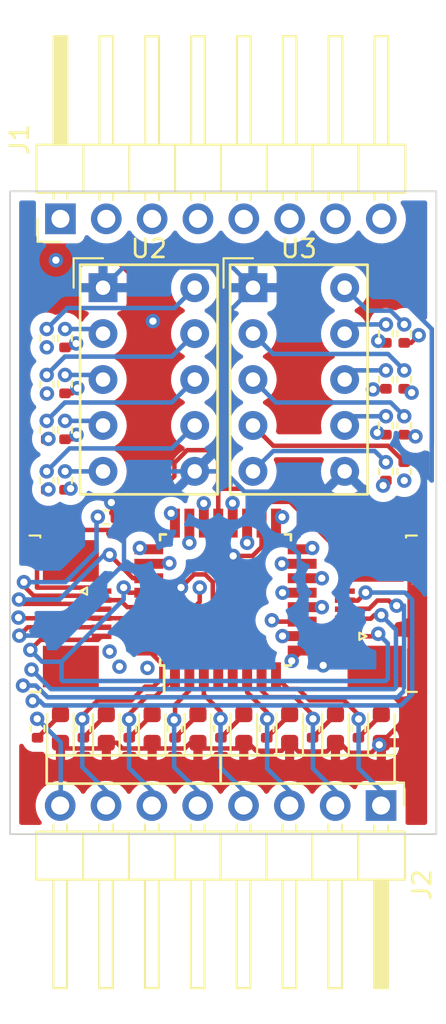
<source format=kicad_pcb>
(kicad_pcb (version 20211014) (generator pcbnew)
  (layers (0 "F.Cu" signal) (1 "In1.Cu" signal) (2 "In2.Cu" signal) (31 "B.Cu" signal) (34 "B.Paste" user) (35 "F.Paste" user) (36 "B.SilkS" user "B.Silkscreen") (37 "F.SilkS" user "F.Silkscreen") (38 "B.Mask" user) (39 "F.Mask" user) (44 "Edge.Cuts" user))
  (net 0 "")
  (net 1 "/in0")
  (net 2 "/in1")
  (net 3 "/in2")
  (net 4 "/in3")
  (net 5 "/in4")
  (net 6 "/in5")
  (net 7 "/in6")
  (net 8 "/in7")
  (net 9 "+5V")
  (net 10 "GND")
  (net 11 "Net-(R10-Pad2)")
  (net 12 "/ISP_MISO")
  (net 13 "/ISP_SCK")
  (net 14 "/ISP_MOSI")
  (net 15 "/ISP_RST")
  (net 16 "Net-(D1-Pad2)")
  (net 17 "Net-(D2-Pad2)")
  (net 18 "Net-(D3-Pad2)")
  (net 19 "Net-(D4-Pad2)")
  (net 20 "Net-(D5-Pad2)")
  (net 21 "Net-(D6-Pad2)")
  (net 22 "Net-(D7-Pad2)")
  (net 23 "Net-(D8-Pad2)")
  (net 24 "Net-(R11-Pad2)")
  (net 25 "Net-(R12-Pad2)")
  (net 26 "Net-(R13-Pad2)")
  (net 27 "Net-(R14-Pad2)")
  (net 28 "Net-(R15-Pad2)")
  (net 29 "Net-(R16-Pad2)")
  (net 30 "Net-(R17-Pad2)")
  (net 31 "Net-(R18-Pad2)")
  (net 32 "Net-(R19-Pad2)")
  (net 33 "Net-(R20-Pad2)")
  (net 34 "Net-(R21-Pad2)")
  (net 35 "Net-(R22-Pad2)")
  (net 36 "Net-(R23-Pad2)")
  (net 37 "Net-(R24-Pad2)")
  (net 38 "Net-(R25-Pad2)")
  (net 39 "/D1_I1")
  (net 40 "/D1_I2")
  (net 41 "/D1_I3")
  (net 42 "/D1_I4")
  (net 43 "/D1_I5")
  (net 44 "/D1_I6")
  (net 45 "/D1_I7")
  (net 46 "/D1_I8")
  (net 47 "/D2_I1")
  (net 48 "/D2_I2")
  (net 49 "/D2_I3")
  (net 50 "/D2_I4")
  (net 51 "/D2_I5")
  (net 52 "/D2_I6")
  (net 53 "/D2_I7")
  (net 54 "/D2_I8")
  (footprint "Resistor_SMD:R_0402_1005Metric" (layer "F.Cu") (at 137.668 127.508 90)
    (fp_text reference "R11" hide)
    (fp_text value "1000" hide)
  )
  (footprint "Resistor_SMD:R_0402_1005Metric" (layer "F.Cu") (at 137.668 130.048 90)
    (fp_text reference "R12" hide)
    (fp_text value "1000" hide)
  )
  (footprint "Connector_PinHeader_2.54mm:PinHeader_1x08_P2.54mm_Horizontal" (layer "F.Cu") (at 138.43 118.364 90)
    (fp_text reference "J1")
    (fp_text value "Conn_01x10_Female")
  )
  (footprint "LED_SMD:LED_0603_1608Metric" (layer "F.Cu") (at 146.05 146.558 90)
    (fp_text reference "D4" hide)
    (fp_text value "LED" hide)
  )
  (footprint "Connector_PinHeader_2.54mm:PinHeader_1x08_P2.54mm_Horizontal" (layer "F.Cu") (at 156.195 150.819 -90)
    (fp_text reference "J2")
    (fp_text value "Conn_01x10_Female")
  )
  (footprint "Resistor_SMD:R_0402_1005Metric" (layer "F.Cu") (at 149.86 146.558 90)
    (fp_text reference "R6" hide)
    (fp_text value "1000" hide)
  )
  (footprint "Display_7Segment:HDSP-A151" (layer "F.Cu") (at 140.7885 122.174)
    (fp_text reference "U2")
    (fp_text value "HDSP-A151" hide)
  )
  (footprint "Package_QFP:TQFP-32_7x7mm_P0.8mm" (layer "F.Cu") (at 147.574 139.446 90)
    (fp_text reference "U1" hide)
    (fp_text value "ATtiny828-A")
  )
  (footprint "Resistor_SMD:R_0402_1005Metric" (layer "F.Cu") (at 157.48 129.794 90)
    (fp_text reference "R24" hide)
    (fp_text value "1000" hide)
  )
  (footprint "Resistor_SMD:R_0402_1005Metric" (layer "F.Cu") (at 157.48 132.334 90)
    (fp_text reference "R22" hide)
    (fp_text value "1000" hide)
  )
  (footprint "Resistor_SMD:R_0402_1005Metric" (layer "F.Cu") (at 156.464 127.254 90)
    (fp_text reference "R20" hide)
    (fp_text value "1000" hide)
  )
  (footprint "Resistor_SMD:R_0402_1005Metric" (layer "F.Cu") (at 157.48 127.254 90)
    (fp_text reference "R23" hide)
    (fp_text value "1000" hide)
  )
  (footprint "Resistor_SMD:R_0402_1005Metric" (layer "F.Cu") (at 152.4 146.556 90)
    (fp_text reference "R7" hide)
    (fp_text value "1000" hide)
  )
  (footprint "Resistor_SMD:R_0402_1005Metric" (layer "F.Cu") (at 154.94 146.558 90)
    (fp_text reference "R8" hide)
    (fp_text value "1000" hide)
  )
  (footprint "Connector_FFC-FPC:TE_0-1734839-6_1x06-1MP_P0.5mm_Horizontal" (layer "F.Cu") (at 139.355 140.208 -90)
    (fp_text reference "J4" hide)
    (fp_text value "Conn_01x06_Female")
  )
  (footprint "Resistor_SMD:R_0402_1005Metric" (layer "F.Cu") (at 156.464 129.794 90)
    (fp_text reference "R25" hide)
    (fp_text value "1000" hide)
  )
  (footprint "Resistor_SMD:R_0402_1005Metric" (layer "F.Cu") (at 137.668 124.968 90)
    (fp_text reference "R10" hide)
    (fp_text value "1000" hide)
  )
  (footprint "LED_SMD:LED_0603_1608Metric" (layer "F.Cu") (at 138.43 146.558 90)
    (fp_text reference "D1" hide)
    (fp_text value "LED" hide)
  )
  (footprint "Resistor_SMD:R_0402_1005Metric" (layer "F.Cu") (at 137.16 146.558 90)
    (fp_text reference "R1" hide)
    (fp_text value "1000" hide)
  )
  (footprint "Resistor_SMD:R_0402_1005Metric" (layer "F.Cu") (at 157.48 124.714 90)
    (fp_text reference "R18" hide)
    (fp_text value "1000" hide)
  )
  (footprint "Connector_FFC-FPC:TE_0-1734839-6_1x06-1MP_P0.5mm_Horizontal" (layer "F.Cu") (at 155.539 140.208 90)
    (fp_text reference "J3" hide)
    (fp_text value "Conn_01x06_Female")
  )
  (footprint "Resistor_SMD:R_0402_1005Metric" (layer "F.Cu") (at 139.7 146.556 90)
    (fp_text reference "R2" hide)
    (fp_text value "1000" hide)
  )
  (footprint "Resistor_SMD:R_0402_1005Metric" (layer "F.Cu") (at 156.464 124.714 90)
    (fp_text reference "R19" hide)
    (fp_text value "1000" hide)
  )
  (footprint "LED_SMD:LED_0603_1608Metric" (layer "F.Cu") (at 148.59 146.558 90)
    (fp_text reference "D5" hide)
    (fp_text value "LED" hide)
  )
  (footprint "Resistor_SMD:R_0402_1005Metric" (layer "F.Cu") (at 144.78 146.558 90)
    (fp_text reference "R4" hide)
    (fp_text value "1000" hide)
  )
  (footprint "Display_7Segment:HDSP-A151" (layer "F.Cu") (at 149.098 122.174)
    (fp_text reference "U3")
    (fp_text value "HDSP-A151" hide)
  )
  (footprint "Resistor_SMD:R_0402_1005Metric" (layer "F.Cu") (at 138.684 127.508 90)
    (fp_text reference "R16" hide)
    (fp_text value "1000" hide)
  )
  (footprint "Resistor_SMD:R_0402_1005Metric" (layer "F.Cu") (at 138.684 132.842 90)
    (fp_text reference "R13" hide)
    (fp_text value "1000" hide)
  )
  (footprint "Resistor_SMD:R_0402_1005Metric" (layer "F.Cu") (at 138.684 124.968 90)
    (fp_text reference "R15" hide)
    (fp_text value "1000" hide)
  )
  (footprint "Resistor_SMD:R_0402_1005Metric" (layer "F.Cu") (at 147.32 146.558 90)
    (fp_text reference "R5" hide)
    (fp_text value "1000" hide)
  )
  (footprint "LED_SMD:LED_0603_1608Metric" (layer "F.Cu") (at 151.13 146.558 90)
    (fp_text reference "D6" hide)
    (fp_text value "LED" hide)
  )
  (footprint "Resistor_SMD:R_0402_1005Metric" (layer "F.Cu") (at 142.24 146.558 90)
    (fp_text reference "R3" hide)
    (fp_text value "1000" hide)
  )
  (footprint "Resistor_SMD:R_0402_1005Metric" (layer "F.Cu") (at 156.464 132.334 90)
    (fp_text reference "R21" hide)
    (fp_text value "1000" hide)
  )
  (footprint "LED_SMD:LED_0603_1608Metric" (layer "F.Cu") (at 156.21 146.558 90)
    (fp_text reference "D8" hide)
    (fp_text value "LED" hide)
  )
  (footprint "LED_SMD:LED_0603_1608Metric" (layer "F.Cu") (at 140.97 146.558 90)
    (fp_text reference "D2" hide)
    (fp_text value "LED" hide)
  )
  (footprint "Resistor_SMD:R_0402_1005Metric" (layer "F.Cu") (at 137.668 132.842 90)
    (fp_text reference "R17" hide)
    (fp_text value "1000" hide)
  )
  (footprint "LED_SMD:LED_0603_1608Metric" (layer "F.Cu") (at 143.51 146.558 90)
    (fp_text reference "D3" hide)
    (fp_text value "LED" hide)
  )
  (footprint "Resistor_SMD:R_0402_1005Metric" (layer "F.Cu") (at 140.968 134.874 180)
    (fp_text reference "R9" hide)
    (fp_text value "1000")
  )
  (footprint "LED_SMD:LED_0603_1608Metric" (layer "F.Cu") (at 153.67 146.558 90)
    (fp_text reference "D7" hide)
    (fp_text value "LED" hide)
  )
  (footprint "Resistor_SMD:R_0402_1005Metric" (layer "F.Cu") (at 138.684 130.048 90)
    (fp_text reference "R14" hide)
    (fp_text value "1000" hide)
  )
  (gr_rect (start 156.945 148.043) (end 137.668 149.606) (layer "F.SilkS") (width 0.15) (fill none))
  (gr_rect (start 147.3065 148.043) (end 147.3065 149.606) (layer "F.SilkS") (width 0.15) (fill none))
  (gr_rect (start 135.636 116.84) (end 159.258 152.4) (layer "Edge.Cuts") (width 0.1) (fill none))
  (segment (start 146.1477 138.758772) (end 146.1477 139.5473) (width 0.25) (layer "F.Cu") (net 1))
  (segment (start 144.249 141.446) (end 143.324 141.446) (width 0.25) (layer "F.Cu") (net 1))
  (segment (start 146.1477 139.5473) (end 144.249 141.446) (width 0.25) (layer "F.Cu") (net 1))
  (segment (start 137.16 146.048) (end 137.16 146.04) (width 0.25) (layer "F.Cu") (net 1))
  (segment (start 137.16 146.04) (end 137.14 146.02) (width 0.25) (layer "F.Cu") (net 1))
  (via (at 146.1477 138.758772) (size 0.8) (drill 0.4) (layers "F.Cu" "B.Cu") (net 1))
  (via (at 137.14 146.02) (size 0.8) (drill 0.4) (layers "F.Cu" "B.Cu") (net 1))
  (segment (start 138.445 147.325) (end 138.445 150.032) (width 0.25) (layer "B.Cu") (net 1))
  (segment (start 137.14 146.02) (end 138.445 147.325) (width 0.25) (layer "B.Cu") (net 1))
  (segment (start 139.7 145.796521) (end 140.488521 145.008) (width 0.25) (layer "F.Cu") (net 2))
  (segment (start 144.021802 142.951802) (end 143.324 142.254) (width 0.25) (layer "F.Cu") (net 2))
  (segment (start 144.021802 143.811802) (end 144.021802 142.951802) (width 0.25) (layer "F.Cu") (net 2))
  (segment (start 139.656 146.046) (end 139.64 146.03) (width 0.25) (layer "F.Cu") (net 2))
  (segment (start 139.7 146.046) (end 139.7 145.796521) (width 0.25) (layer "F.Cu") (net 2))
  (segment (start 142.355604 145.008) (end 143.121802 144.241802) (width 0.25) (layer "F.Cu") (net 2))
  (segment (start 140.488521 145.008) (end 142.355604 145.008) (width 0.25) (layer "F.Cu") (net 2))
  (segment (start 139.7 146.046) (end 139.656 146.046) (width 0.25) (layer "F.Cu") (net 2))
  (segment (start 143.121802 144.241802) (end 143.591802 144.241802) (width 0.25) (layer "F.Cu") (net 2))
  (segment (start 143.324 142.254) (end 143.324 142.246) (width 0.25) (layer "F.Cu") (net 2))
  (segment (start 143.591802 144.241802) (end 144.021802 143.811802) (width 0.25) (layer "F.Cu") (net 2))
  (via (at 139.64 146.03) (size 0.8) (drill 0.4) (layers "F.Cu" "B.Cu") (net 2))
  (segment (start 139.64 146.03) (end 139.64 148.687) (width 0.25) (layer "B.Cu") (net 2))
  (segment (start 139.64 148.687) (end 140.985 150.032) (width 0.25) (layer "B.Cu") (net 2))
  (segment (start 142.24 146.048) (end 142.235402 146.048) (width 0.25) (layer "F.Cu") (net 3))
  (segment (start 143.21 144.79) (end 142.23 145.77) (width 0.25) (layer "F.Cu") (net 3))
  (segment (start 142.235402 146.048) (end 142.231701 146.051701) (width 0.25) (layer "F.Cu") (net 3))
  (segment (start 144.774 143.696) (end 143.68 144.79) (width 0.25) (layer "F.Cu") (net 3))
  (segment (start 143.68 144.79) (end 143.21 144.79) (width 0.25) (layer "F.Cu") (net 3))
  (via (at 142.231701 146.051701) (size 0.8) (drill 0.4) (layers "F.Cu" "B.Cu") (net 3))
  (segment (start 142.231701 146.051701) (end 142.231701 148.738701) (width 0.25) (layer "B.Cu") (net 3))
  (segment (start 142.231701 148.738701) (end 143.525 150.032) (width 0.25) (layer "B.Cu") (net 3))
  (segment (start 144.762 146.048) (end 144.73 146.08) (width 0.25) (layer "F.Cu") (net 4))
  (segment (start 145.574 144.456) (end 144.78 145.25) (width 0.25) (layer "F.Cu") (net 4))
  (segment (start 144.78 145.25) (end 144.78 146.048) (width 0.25) (layer "F.Cu") (net 4))
  (segment (start 144.78 146.048) (end 144.762 146.048) (width 0.25) (layer "F.Cu") (net 4))
  (segment (start 145.574 143.696) (end 145.574 144.456) (width 0.25) (layer "F.Cu") (net 4))
  (via (at 144.73 146.08) (size 0.8) (drill 0.4) (layers "F.Cu" "B.Cu") (net 4))
  (segment (start 144.73 146.08) (end 144.73 148.697) (width 0.25) (layer "B.Cu") (net 4))
  (segment (start 144.73 148.697) (end 146.065 150.032) (width 0.25) (layer "B.Cu") (net 4))
  (segment (start 147.32 146.048) (end 147.32 146.04) (width 0.25) (layer "F.Cu") (net 5))
  (segment (start 147.3 145.61) (end 146.374 144.684) (width 0.25) (layer "F.Cu") (net 5))
  (segment (start 147.32 146.04) (end 147.3 146.02) (width 0.25) (layer "F.Cu") (net 5))
  (segment (start 146.374 144.684) (end 146.374 143.696) (width 0.25) (layer "F.Cu") (net 5))
  (segment (start 147.3 146.02) (end 147.3 145.61) (width 0.25) (layer "F.Cu") (net 5))
  (via (at 147.3 146.02) (size 0.8) (drill 0.4) (layers "F.Cu" "B.Cu") (net 5))
  (segment (start 147.3 148.727) (end 148.605 150.032) (width 0.25) (layer "B.Cu") (net 5))
  (segment (start 147.3 146.02) (end 147.3 148.727) (width 0.25) (layer "B.Cu") (net 5))
  (segment (start 149.86 146.043402) (end 149.881701 146.021701) (width 0.25) (layer "F.Cu") (net 6))
  (segment (start 149.881701 145.661701) (end 148.774 144.554) (width 0.25) (layer "F.Cu") (net 6))
  (segment (start 149.881701 146.021701) (end 149.881701 145.661701) (width 0.25) (layer "F.Cu") (net 6))
  (segment (start 149.86 146.048) (end 149.86 146.043402) (width 0.25) (layer "F.Cu") (net 6))
  (segment (start 148.774 144.554) (end 148.774 143.696) (width 0.25) (layer "F.Cu") (net 6))
  (via (at 149.881701 146.021701) (size 0.8) (drill 0.4) (layers "F.Cu" "B.Cu") (net 6))
  (segment (start 149.881701 148.768701) (end 151.145 150.032) (width 0.25) (layer "B.Cu") (net 6))
  (segment (start 149.881701 146.021701) (end 149.881701 148.768701) (width 0.25) (layer "B.Cu") (net 6))
  (segment (start 149.945 144.821) (end 149.574 144.45) (width 0.25) (layer "F.Cu") (net 7))
  (segment (start 152.4 146.046) (end 152.4 146.04) (width 0.25) (layer "F.Cu") (net 7))
  (segment (start 151.424479 144.821) (end 149.945 144.821) (width 0.25) (layer "F.Cu") (net 7))
  (segment (start 149.574 144.45) (end 149.574 143.696) (width 0.25) (layer "F.Cu") (net 7))
  (segment (start 152.42 146.02) (end 152.42 145.816521) (width 0.25) (layer "F.Cu") (net 7))
  (segment (start 152.42 145.816521) (end 151.424479 144.821) (width 0.25) (layer "F.Cu") (net 7))
  (segment (start 152.4 146.04) (end 152.42 146.02) (width 0.25) (layer "F.Cu") (net 7))
  (via (at 152.42 146.02) (size 0.8) (drill 0.4) (layers "F.Cu" "B.Cu") (net 7))
  (segment (start 152.42 146.02) (end 152.42 148.767) (width 0.25) (layer "B.Cu") (net 7))
  (segment (start 152.42 148.767) (end 153.685 150.032) (width 0.25) (layer "B.Cu") (net 7))
  (segment (start 152.239875 145) (end 151.610875 144.371) (width 0.25) (layer "F.Cu") (net 8))
  (segment (start 154.94 146.048) (end 154.94 146.043402) (width 0.25) (layer "F.Cu") (net 8))
  (segment (start 151.610875 144.371) (end 151.049 144.371) (width 0.25) (layer "F.Cu") (net 8))
  (segment (start 154.94 146.043402) (end 154.951701 146.031701) (width 0.25) (layer "F.Cu") (net 8))
  (segment (start 154.94 146.048) (end 154.94 145.796521) (width 0.25) (layer "F.Cu") (net 8))
  (segment (start 154.94 145.796521) (end 154.143479 145) (width 0.25) (layer "F.Cu") (net 8))
  (segment (start 151.049 144.371) (end 150.374 143.696) (width 0.25) (layer "F.Cu") (net 8))
  (segment (start 154.143479 145) (end 152.239875 145) (width 0.25) (layer "F.Cu") (net 8))
  (via (at 154.951701 146.031701) (size 0.8) (drill 0.4) (layers "F.Cu" "B.Cu") (net 8))
  (segment (start 154.951701 146.031701) (end 154.951701 148.758701) (width 0.25) (layer "B.Cu") (net 8))
  (segment (start 154.951701 148.758701) (end 156.225 150.032) (width 0.25) (layer "B.Cu") (net 8))
  (segment (start 149.574 136.510748) (end 149.074748 137.01) (width 0.25) (layer "F.Cu") (net 9))
  (segment (start 146.448005 138.033772) (end 146.8727 138.458467) (width 0.25) (layer "F.Cu") (net 9))
  (segment (start 141.249137 134.056502) (end 141.249137 134.645137) (width 0.25) (layer "F.Cu") (net 9))
  (segment (start 145.835 138.033772) (end 146.448005 138.033772) (width 0.25) (layer "F.Cu") (net 9))
  (segment (start 154.189 140.958) (end 153.368 140.958) (width 0.25) (layer "F.Cu") (net 9))
  (segment (start 152.989002 141.320998) (end 152.989002 143.067003) (width 0.25) (layer "F.Cu") (net 9))
  (segment (start 149.574 135.196) (end 149.574 136.510748) (width 0.25) (layer "F.Cu") (net 9))
  (segment (start 136.612551 140.958) (end 140.705 140.958) (width 0.25) (layer "F.Cu") (net 9))
  (segment (start 136.151005 141.419546) (end 136.612551 140.958) (width 0.25) (layer "F.Cu") (net 9))
  (segment (start 146.8727 138.458467) (end 146.8727 142.5547) (width 0.25) (layer "F.Cu") (net 9))
  (segment (start 141.249137 134.645137) (end 141.478 134.874) (width 0.25) (layer "F.Cu") (net 9))
  (segment (start 145.11 138.758772) (end 145.835 138.033772) (width 0.25) (layer "F.Cu") (net 9))
  (segment (start 146.8727 142.5547) (end 147.174 142.856) (width 0.25) (layer "F.Cu") (net 9))
  (segment (start 147.174 142.856) (end 147.174 143.696) (width 0.25) (layer "F.Cu") (net 9))
  (segment (start 149.074748 137.01) (end 148 137.01) (width 0.25) (layer "F.Cu") (net 9))
  (segment (start 153.36 140.95) (end 152.989002 141.320998) (width 0.25) (layer "F.Cu") (net 9))
  (segment (start 153.368 140.958) (end 153.36 140.95) (width 0.25) (layer "F.Cu") (net 9))
  (via (at 136.151005 141.419546) (size 0.8) (drill 0.4) (layers "F.Cu" "B.Cu") (net 9))
  (via (at 141.249137 134.056502) (size 0.8) (drill 0.4) (layers "F.Cu" "B.Cu") (net 9))
  (via (at 152.989002 143.067003) (size 0.8) (drill 0.4) (layers "F.Cu" "B.Cu") (net 9))
  (via (at 148 137.01) (size 0.8) (drill 0.4) (layers "F.Cu" "B.Cu") (net 9))
  (via (at 145.11 138.758772) (size 0.8) (drill 0.4) (layers "F.Cu" "B.Cu") (net 9))
  (segment (start 159.007587 124.463587) (end 157.226 122.682) (width 0.25) (layer "B.Cu") (net 9))
  (segment (start 147.973 121.049) (end 141.9135 121.049) (width 0.25) (layer "B.Cu") (net 9))
  (segment (start 141.95 137.45) (end 141.95 134.757365) (width 0.25) (layer "B.Cu") (net 9))
  (segment (start 151.384 136.652) (end 151.384 136.144) (width 0.25) (layer "B.Cu") (net 9))
  (segment (start 152.06 140.77) (end 152.06 139.346136) (width 0.25) (layer "B.Cu") (net 9))
  (segment (start 142.971639 132.334) (end 145.8685 132.334) (width 0.25) (layer "B.Cu") (net 9))
  (segment (start 151.384 122.174) (end 149.098 122.174) (width 0.25) (layer "B.Cu") (net 9))
  (segment (start 145.11 138.354) (end 145.11 138.758772) (width 0.25) (layer "B.Cu") (net 9))
  (segment (start 157.226 122.682) (end 157.226 122.174) (width 0.25) (layer "B.Cu") (net 9))
  (segment (start 157.226 122.174) (end 155.448 120.396) (width 0.25) (layer "B.Cu") (net 9))
  (segment (start 148.809 134.655) (end 148.809 133.459) (width 0.25) (layer "B.Cu") (net 9))
  (segment (start 148 137.01) (end 147.32 136.33) (width 0.25) (layer "B.Cu") (net 9))
  (segment (start 148.632009 133.459) (end 151.171 133.459) (width 0.25) (layer "B.Cu") (net 9))
  (segment (start 153.053 133.459) (end 154.178 132.334) (width 0.25) (layer "B.Cu") (net 9))
  (segment (start 141.249137 134.056502) (end 142.971639 132.334) (width 0.25) (layer "B.Cu") (net 9))
  (segment (start 146.454 137.01) (end 145.11 138.354) (width 0.25) (layer "B.Cu") (net 9))
  (segment (start 151.638 138.924136) (end 151.638 136.906) (width 0.25) (layer "B.Cu") (net 9))
  (segment (start 149.098 122.174) (end 147.973 121.049) (width 0.25) (layer "B.Cu") (net 9))
  (segment (start 137.980454 141.419546) (end 141.95 137.45) (width 0.25) (layer "B.Cu") (net 9))
  (segment (start 159.007587 130.813587) (end 159.007587 124.463587) (width 0.25) (layer "B.Cu") (net 9))
  (segment (start 147.507009 132.334) (end 148.632009 133.459) (width 0.25) (layer "B.Cu") (net 9))
  (segment (start 158.75 132.588) (end 159.004 132.842) (width 0.25) (layer "B.Cu") (net 9))
  (segment (start 141.9135 121.049) (end 140.7885 122.174) (width 0.25) (layer "B.Cu") (net 9))
  (segment (start 152.188442 142.266443) (end 152.188442 140.898442) (width 0.25) (layer "B.Cu") (net 9))
  (segment (start 159.004 132.842) (end 159.004 130.817174) (width 0.25) (layer "B.Cu") (net 9))
  (segment (start 152.06 139.346136) (end 151.638 138.924136) (width 0.25) (layer "B.Cu") (net 9))
  (segment (start 141.95 134.757365) (end 141.249137 134.056502) (width 0.25) (layer "B.Cu") (net 9))
  (segment (start 151.171 133.459) (end 153.053 133.459) (width 0.25) (layer "B.Cu") (net 9))
  (segment (start 153.162 120.396) (end 151.384 122.174) (width 0.25) (layer "B.Cu") (net 9))
  (segment (start 147.32 136.144) (end 148.809 134.655) (width 0.25) (layer "B.Cu") (net 9))
  (segment (start 151.384 136.144) (end 151.638 135.89) (width 0.25) (layer "B.Cu") (net 9))
  (segment (start 159.004 130.817174) (end 159.007587 130.813587) (width 0.25) (layer "B.Cu") (net 9))
  (segment (start 151.638 136.906) (end 151.384 136.652) (width 0.25) (layer "B.Cu") (net 9))
  (segment (start 152.188442 140.898442) (end 152.06 140.77) (width 0.25) (layer "B.Cu") (net 9))
  (segment (start 151.638 135.89) (end 151.638 133.926) (width 0.25) (layer "B.Cu") (net 9))
  (segment (start 136.151005 141.419546) (end 137.980454 141.419546) (width 0.25) (layer "B.Cu") (net 9))
  (segment (start 148 137.01) (end 146.454 137.01) (width 0.25) (layer "B.Cu") (net 9))
  (segment (start 145.8685 132.334) (end 147.507009 132.334) (width 0.25) (layer "B.Cu") (net 9))
  (segment (start 152.989002 143.067003) (end 152.188442 142.266443) (width 0.25) (layer "B.Cu") (net 9))
  (segment (start 147.507009 123.764991) (end 147.507009 132.334) (width 0.25) (layer "B.Cu") (net 9))
  (segment (start 149.098 122.174) (end 147.507009 123.764991) (width 0.25) (layer "B.Cu") (net 9))
  (segment (start 155.448 120.396) (end 153.162 120.396) (width 0.25) (layer "B.Cu") (net 9))
  (segment (start 158.75 131.318) (end 158.75 132.588) (width 0.25) (layer "B.Cu") (net 9))
  (segment (start 151.638 133.926) (end 151.171 133.459) (width 0.25) (layer "B.Cu") (net 9))
  (segment (start 147.32 136.33) (end 147.32 136.144) (width 0.25) (layer "B.Cu") (net 9))
  (segment (start 137.13 138.763) (end 137.13 135.813) (width 0.25) (layer "F.Cu") (net 10))
  (segment (start 144.004 133.336) (end 143.5545 132.8865) (width 0.25) (layer "F.Cu") (net 10))
  (segment (start 147.174 133.296) (end 148.469009 133.296) (width 0.25) (layer "F.Cu") (net 10))
  (segment (start 141.5145 120.65) (end 138.176 120.65) (width 0.25) (layer "F.Cu") (net 10))
  (segment (start 151.154 134.02) (end 152.607 135.473) (width 0.25) (layer "F.Cu") (net 10))
  (segment (start 154.014 138.763) (end 154.25 138.763) (width 0.25) (layer "F.Cu") (net 10))
  (segment (start 143.5545 132.8865) (end 143.5545 124.0235) (width 0.25) (layer "F.Cu") (net 10))
  (segment (start 144.004 133.336) (end 144.7435 132.5965) (width 0.25) (layer "F.Cu") (net 10))
  (segment (start 145.317 147.663) (end 145.6345 147.3455) (width 0.25) (layer "F.Cu") (net 10))
  (segment (start 143.8275 147.663) (end 145.317 147.663) (width 0.25) (layer "F.Cu") (net 10))
  (segment (start 141.546962 147.3455) (end 141.864462 147.663) (width 0.25) (layer "F.Cu") (net 10))
  (segment (start 140.6545 147.661) (end 140.97 147.3455) (width 0.25) (layer "F.Cu") (net 10))
  (segment (start 143.5545 124.0235) (end 143.5545 122.69) (width 0.25) (layer "F.Cu") (net 10))
  (segment (start 147.174 137.804) (end 147.974 138.604) (width 0.25) (layer "F.Cu") (net 10))
  (segment (start 147.174 131.294) (end 147.174 133.296) (width 0.25) (layer "F.Cu") (net 10))
  (segment (start 143.1925 147.663) (end 143.51 147.3455) (width 0.25) (layer "F.Cu") (net 10))
  (segment (start 157.424 135.473) (end 152.607 135.473) (width 0.25) (layer "F.Cu") (net 10))
  (segment (start 157.781175 142.162825) (end 157.781175 135.830175) (width 0.25) (layer "F.Cu") (net 10))
  (segment (start 153.9055 147.3455) (end 154.46 147.9) (width 0.25) (layer "F.Cu") (net 10))
  (segment (start 148.469009 133.296) (end 149.193009 134.02) (width 0.25) (layer "F.Cu") (net 10))
  (segment (start 140.97 147.3455) (end 141.546962 147.3455) (width 0.25) (layer "F.Cu") (net 10))
  (segment (start 145.6345 147.3455) (end 146.05 147.3455) (width 0.25) (layer "F.Cu") (net 10))
  (segment (start 148.2725 147.663) (end 148.59 147.3455) (width 0.25) (layer "F.Cu") (net 10))
  (segment (start 157.764 145.7915) (end 157.764 142.18) (width 0.25) (layer "F.Cu") (net 10))
  (segment (start 138.43 147.3455) (end 138.7455 147.661) (width 0.25) (layer "F.Cu") (net 10))
  (segment (start 157.764 142.18) (end 157.781175 142.162825) (width 0.25) (layer "F.Cu") (net 10))
  (segment (start 154.46 147.9) (end 155.6555 147.9) (width 0.25) (layer "F.Cu") (net 10))
  (segment (start 144.7435 132.5965) (end 144.7435 131.8665) (width 0.25) (layer "F.Cu") (net 10))
  (segment (start 146.3675 147.663) (end 148.2725 147.663) (width 0.25) (layer "F.Cu") (net 10))
  (segment (start 148.8255 147.3455) (end 149.27 147.79) (width 0.25) (layer "F.Cu") (net 10))
  (segment (start 149.27 147.79) (end 150.6855 147.79) (width 0.25) (layer "F.Cu") (net 10))
  (segment (start 145.45 131.16) (end 147.04 131.16) (width 0.25) (layer "F.Cu") (net 10))
  (segment (start 157.781175 135.830175) (end 157.424 135.473) (width 0.25) (layer "F.Cu") (net 10))
  (segment (start 147.174 135.196) (end 147.174 137.804) (width 0.25) (layer "F.Cu") (net 10))
  (segment (start 140.705 138.958) (end 140.51 138.763) (width 0.25) (layer "F.Cu") (net 10))
  (segment (start 151.6145 147.83) (end 153.1855 147.83) (width 0.25) (layer "F.Cu") (net 10))
  (segment (start 147.974 138.604) (end 147.974 143.696) (width 0.25) (layer "F.Cu") (net 10))
  (segment (start 152.607 135.473) (end 154.014 136.88) (width 0.25) (layer "F.Cu") (net 10))
  (segment (start 151.13 147.3455) (end 151.6145 147.83) (width 0.25) (layer "F.Cu") (net 10))
  (segment (start 137.13 135.813) (end 137.368 135.575) (width 0.25) (layer "F.Cu") (net 10))
  (segment (start 156.21 147.3455) (end 157.764 145.7915) (width 0.25) (layer "F.Cu") (net 10))
  (segment (start 146.05 147.3455) (end 146.3675 147.663) (width 0.25) (layer "F.Cu") (net 10))
  (segment (start 140.51 138.763) (end 137.13 138.763) (width 0.25) (layer "F.Cu") (net 10))
  (segment (start 141.864462 147.663) (end 143.1925 147.663) (width 0.25) (layer "F.Cu") (net 10))
  (segment (start 156.09575 147.45975) (end 156.21 147.3455) (width 0.25) (layer "F.Cu") (net 10))
  (segment (start 148.59 147.3455) (end 148.8255 147.3455) (width 0.25) (layer "F.Cu") (net 10))
  (segment (start 150.6855 147.79) (end 151.13 147.3455) (width 0.25) (layer "F.Cu") (net 10))
  (segment (start 149.193009 134.02) (end 151.154 134.02) (width 0.25) (layer "F.Cu") (net 10))
  (segment (start 143.5545 122.69) (end 141.5145 120.65) (width 0.25) (layer "F.Cu") (net 10))
  (segment (start 141.765 135.575) (end 144.004 133.336) (width 0.25) (layer "F.Cu") (net 10))
  (segment (start 155.6555 147.9) (end 156.09575 147.45975) (width 0.25) (layer "F.Cu") (net 10))
  (segment (start 137.368 135.575) (end 141.765 135.575) (width 0.25) (layer "F.Cu") (net 10))
  (segment (start 138.7455 147.661) (end 140.6545 147.661) (width 0.25) (layer "F.Cu") (net 10))
  (segment (start 147.04 131.16) (end 147.174 131.294) (width 0.25) (layer "F.Cu") (net 10))
  (segment (start 147.174 133.296) (end 147.174 135.196) (width 0.25) (layer "F.Cu") (net 10))
  (segment (start 153.1855 147.83) (end 153.67 147.3455) (width 0.25) (layer "F.Cu") (net 10))
  (segment (start 154.014 136.88) (end 154.014 138.763) (width 0.25) (layer "F.Cu") (net 10))
  (segment (start 144.7435 131.8665) (end 145.45 131.16) (width 0.25) (layer "F.Cu") (net 10))
  (segment (start 153.67 147.3455) (end 153.9055 147.3455) (width 0.25) (layer "F.Cu") (net 10))
  (segment (start 143.51 147.3455) (end 143.8275 147.663) (width 0.25) (layer "F.Cu") (net 10))
  (via (at 143.5545 124.0235) (size 0.8) (drill 0.4) (layers "F.Cu" "B.Cu") (net 10))
  (via (at 138.176 120.65) (size 0.8) (drill 0.4) (layers "F.Cu" "B.Cu") (net 10))
  (via (at 156.09575 147.45975) (size 0.8) (drill 0.4) (layers "F.Cu" "B.Cu") (net 10))
  (via (at 137.668 124.46) (size 0.8) (drill 0.4) (layers "F.Cu" "B.Cu") (net 11))
  (segment (start 137.668 124.450695) (end 138.819695 123.299) (width 0.25) (layer "B.Cu") (net 11))
  (segment (start 138.819695 123.299) (end 144.7435 123.299) (width 0.25) (layer "B.Cu") (net 11))
  (segment (start 137.668 124.46) (end 137.668 124.450695) (width 0.25) (layer "B.Cu") (net 11))
  (segment (start 144.7435 123.299) (end 145.8685 122.174) (width 0.25) (layer "B.Cu") (net 11))
  (segment (start 140.51 141.653) (end 140.705 141.458) (width 0.25) (layer "F.Cu") (net 12))
  (segment (start 137.854502 141.653) (end 137.319504 141.653) (width 0.25) (layer "F.Cu") (net 12))
  (segment (start 137.319504 141.653) (end 136.761791 142.210713) (width 0.25) (layer "F.Cu") (net 12))
  (segment (start 142.219565 139.046) (end 141.931837 138.758272) (width 0.25) (layer "F.Cu") (net 12))
  (segment (start 155.902 141.458) (end 154.189 141.458) (width 0.25) (layer "F.Cu") (net 12))
  (segment (start 143.324 139.046) (end 142.219565 139.046) (width 0.25) (layer "F.Cu") (net 12))
  (segment (start 156.04 141.32) (end 155.902 141.458) (width 0.25) (layer "F.Cu") (net 12))
  (segment (start 137.854502 141.653) (end 140.51 141.653) (width 0.25) (layer "F.Cu") (net 12))
  (via (at 136.761791 142.210713) (size 0.8) (drill 0.4) (layers "F.Cu" "B.Cu") (net 12))
  (via (at 141.931837 138.758272) (size 0.8) (drill 0.4) (layers "F.Cu" "B.Cu") (net 12))
  (via (at 156.04 141.32) (size 0.8) (drill 0.4) (layers "F.Cu" "B.Cu") (net 12))
  (segment (start 138.49 143.87) (end 138.49 142.864699) (width 0.25) (layer "B.Cu") (net 12))
  (segment (start 156.04 141.32) (end 156.57 141.85) (width 0.25) (layer "B.Cu") (net 12))
  (segment (start 156.57 143.8) (end 156.44 143.93) (width 0.25) (layer "B.Cu") (net 12))
  (segment (start 156.57 141.85) (end 156.57 143.8) (width 0.25) (layer "B.Cu") (net 12))
  (segment (start 138.49 142.864699) (end 141.931837 139.422862) (width 0.25) (layer "B.Cu") (net 12))
  (segment (start 138.55 143.93) (end 138.49 143.87) (width 0.25) (layer "B.Cu") (net 12))
  (segment (start 137.415777 142.864699) (end 136.761791 142.210713) (width 0.25) (layer "B.Cu") (net 12))
  (segment (start 156.44 143.93) (end 138.55 143.93) (width 0.25) (layer "B.Cu") (net 12))
  (segment (start 141.931837 139.422862) (end 141.931837 138.758272) (width 0.25) (layer "B.Cu") (net 12))
  (segment (start 138.49 142.864699) (end 137.415777 142.864699) (width 0.25) (layer "B.Cu") (net 12))
  (segment (start 155.818197 140.288199) (end 155.623396 140.483) (width 0.25) (layer "F.Cu") (net 13))
  (segment (start 136.103158 140.42119) (end 136.141968 140.46) (width 0.25) (layer "F.Cu") (net 13))
  (segment (start 154.214 140.483) (end 154.189 140.458) (width 0.25) (layer "F.Cu") (net 13))
  (segment (start 136.141968 140.46) (end 139.763208 140.46) (width 0.25) (layer "F.Cu") (net 13))
  (segment (start 155.623396 140.483) (end 154.214 140.483) (width 0.25) (layer "F.Cu") (net 13))
  (segment (start 139.765208 140.458) (end 140.705 140.458) (width 0.25) (layer "F.Cu") (net 13))
  (segment (start 156.206399 140.288199) (end 155.818197 140.288199) (width 0.25) (layer "F.Cu") (net 13))
  (segment (start 143.136 140.458) (end 143.324 140.646) (width 0.25) (layer "F.Cu") (net 13))
  (segment (start 139.763208 140.46) (end 139.765208 140.458) (width 0.25) (layer "F.Cu") (net 13))
  (segment (start 140.705 140.458) (end 143.136 140.458) (width 0.25) (layer "F.Cu") (net 13))
  (via (at 136.825989 143.299509) (size 0.8) (drill 0.4) (layers "F.Cu" "B.Cu") (net 13))
  (via (at 156.206399 140.288199) (size 0.8) (drill 0.4) (layers "F.Cu" "B.Cu") (net 13))
  (via (at 136.103158 140.42119) (size 0.8) (drill 0.4) (layers "F.Cu" "B.Cu") (net 13))
  (segment (start 137.905773 144.38) (end 136.825989 143.300216) (width 0.25) (layer "B.Cu") (net 13))
  (segment (start 157.02 141.1018) (end 157.02 144.28) (width 0.25) (layer "B.Cu") (net 13))
  (segment (start 156.206399 140.288199) (end 157.02 141.1018) (width 0.25) (layer "B.Cu") (net 13))
  (segment (start 156.92 144.38) (end 137.905773 144.38) (width 0.25) (layer "B.Cu") (net 13))
  (segment (start 136.825989 143.300216) (end 136.825989 143.299509) (width 0.25) (layer "B.Cu") (net 13))
  (segment (start 157.02 144.28) (end 156.92 144.38) (width 0.25) (layer "B.Cu") (net 13))
  (segment (start 139.901604 139.958) (end 140.705 139.958) (width 0.25) (layer "F.Cu") (net 14))
  (segment (start 156.62 139.48) (end 155.99 139.48) (width 0.25) (layer "F.Cu") (net 14))
  (segment (start 136.369006 139.663) (end 139.606604 139.663) (width 0.25) (layer "F.Cu") (net 14))
  (segment (start 154.214 139.933) (end 154.189 139.958) (width 0.25) (layer "F.Cu") (net 14))
  (segment (start 136.128003 139.421997) (end 136.369006 139.663) (width 0.25) (layer "F.Cu") (net 14))
  (segment (start 142.44487 138.246) (end 143.324 138.246) (width 0.25) (layer "F.Cu") (net 14))
  (segment (start 155.99 139.48) (end 155.537 139.933) (width 0.25) (layer "F.Cu") (net 14))
  (segment (start 142.232142 138.02764) (end 142.232142 138.033272) (width 0.25) (layer "F.Cu") (net 14))
  (segment (start 142.232142 138.033272) (end 142.44487 138.246) (width 0.25) (layer "F.Cu") (net 14))
  (segment (start 156.902002 139.762002) (end 156.62 139.48) (width 0.25) (layer "F.Cu") (net 14))
  (segment (start 139.606604 139.663) (end 139.901604 139.958) (width 0.25) (layer "F.Cu") (net 14))
  (segment (start 155.537 139.933) (end 154.214 139.933) (width 0.25) (layer "F.Cu") (net 14))
  (segment (start 157.056175 139.762002) (end 156.902002 139.762002) (width 0.25) (layer "F.Cu") (net 14))
  (segment (start 141.154502 136.95) (end 142.232142 138.02764) (width 0.25) (layer "F.Cu") (net 14))
  (via (at 141.154502 136.95) (size 0.8) (drill 0.4) (layers "F.Cu" "B.Cu") (net 14))
  (via (at 136.355935 144.181583) (size 0.8) (drill 0.4) (layers "F.Cu" "B.Cu") (net 14))
  (via (at 136.128003 139.421997) (size 0.8) (drill 0.4) (layers "F.Cu" "B.Cu") (net 14))
  (via (at 157.056175 139.762002) (size 0.8) (drill 0.4) (layers "F.Cu" "B.Cu") (net 14))
  (segment (start 137.59 144.703604) (end 137.716396 144.83) (width 0.25) (layer "B.Cu") (net 14))
  (segment (start 157.47 139.76) (end 157.467998 139.762002) (width 0.25) (layer "B.Cu") (net 14))
  (segment (start 138.374399 139.421997) (end 136.128003 139.421997) (width 0.25) (layer "B.Cu") (net 14))
  (segment (start 141.154502 136.95) (end 140.846396 136.95) (width 0.25) (layer "B.Cu") (net 14))
  (segment (start 140.846396 136.95) (end 138.374399 139.421997) (width 0.25) (layer "B.Cu") (net 14))
  (segment (start 137.067979 144.181583) (end 136.355935 144.181583) (width 0.25) (layer "B.Cu") (net 14))
  (segment (start 137.59 144.703604) (end 137.067979 144.181583) (width 0.25) (layer "B.Cu") (net 14))
  (segment (start 157.467998 139.762002) (end 157.056175 139.762002) (width 0.25) (layer "B.Cu") (net 14))
  (segment (start 157.113604 144.83) (end 157.47 144.473604) (width 0.25) (layer "B.Cu") (net 14))
  (segment (start 137.716396 144.83) (end 157.113604 144.83) (width 0.25) (layer "B.Cu") (net 14))
  (segment (start 157.47 144.473604) (end 157.47 139.76) (width 0.25) (layer "B.Cu") (net 14))
  (segment (start 140.038 139.458) (end 140.705 139.458) (width 0.25) (layer "F.Cu") (net 15))
  (segment (start 139.793 139.213) (end 140.038 139.458) (width 0.25) (layer "F.Cu") (net 15))
  (segment (start 140.458 134.874) (end 140.476 134.874) (width 0.25) (layer "F.Cu") (net 15))
  (segment (start 136.4055 138.461789) (end 136.4055 138.674896) (width 0.25) (layer "F.Cu") (net 15))
  (segment (start 155.338502 139.037502) (end 155.338502 139.051498) (width 0.25) (layer "F.Cu") (net 15))
  (segment (start 154.907 139.483) (end 154.15 139.483) (width 0.25) (layer "F.Cu") (net 15))
  (segment (start 136.4055 138.674896) (end 136.943604 139.213) (width 0.25) (layer "F.Cu") (net 15))
  (segment (start 141.744 139.458) (end 142.132 139.846) (width 0.25) (layer "F.Cu") (net 15))
  (segment (start 140.705 139.458) (end 141.744 139.458) (width 0.25) (layer "F.Cu") (net 15))
  (segment (start 140.476 134.874) (end 140.5 134.85) (width 0.25) (layer "F.Cu") (net 15))
  (segment (start 142.132 139.846) (end 143.324 139.846) (width 0.25) (layer "F.Cu") (net 15))
  (segment (start 136.943604 139.213) (end 139.793 139.213) (width 0.25) (layer "F.Cu") (net 15))
  (segment (start 155.338502 139.051498) (end 154.907 139.483) (width 0.25) (layer "F.Cu") (net 15))
  (via (at 136.4055 138.461789) (size 0.8) (drill 0.4) (layers "F.Cu" "B.Cu") (net 15))
  (via (at 155.338502 139.037502) (size 0.8) (drill 0.4) (layers "F.Cu" "B.Cu") (net 15))
  (via (at 136.891292 145.029494) (size 0.8) (drill 0.4) (layers "F.Cu" "B.Cu") (net 15))
  (via (at 140.5 134.85) (size 0.8) (drill 0.4) (layers "F.Cu" "B.Cu") (net 15))
  (segment (start 140.429502 136.730498) (end 138.698211 138.461789) (width 0.25) (layer "B.Cu") (net 15))
  (segment (start 140.429502 136.730498) (end 140.429502 134.920498) (width 0.25) (layer "B.Cu") (net 15))
  (segment (start 137.53 145.28) (end 157.3 145.28) (width 0.25) (layer "B.Cu") (net 15))
  (segment (start 157.517502 139.037502) (end 155.338502 139.037502) (width 0.25) (layer "B.Cu") (net 15))
  (segment (start 140.429502 134.920498) (end 140.5 134.85) (width 0.25) (layer "B.Cu") (net 15))
  (segment (start 137.53 145.28) (end 137.279494 145.029494) (width 0.25) (layer "B.Cu") (net 15))
  (segment (start 137.279494 145.029494) (end 136.891292 145.029494) (width 0.25) (layer "B.Cu") (net 15))
  (segment (start 157.92 139.44) (end 157.517502 139.037502) (width 0.25) (layer "B.Cu") (net 15))
  (segment (start 138.698211 138.461789) (end 136.4055 138.461789) (width 0.25) (layer "B.Cu") (net 15))
  (segment (start 157.3 145.28) (end 157.92 144.66) (width 0.25) (layer "B.Cu") (net 15))
  (segment (start 157.92 144.66) (end 157.92 139.44) (width 0.25) (layer "B.Cu") (net 15))
  (segment (start 138.43 145.798) (end 137.16 147.068) (width 0.25) (layer "F.Cu") (net 16))
  (segment (start 138.43 145.7705) (end 138.43 145.798) (width 0.25) (layer "F.Cu") (net 16))
  (segment (start 140.97 145.796) (end 139.7 147.066) (width 0.25) (layer "F.Cu") (net 17))
  (segment (start 140.97 145.7705) (end 140.97 145.796) (width 0.25) (layer "F.Cu") (net 17))
  (segment (start 143.51 145.798) (end 142.24 147.068) (width 0.25) (layer "F.Cu") (net 18))
  (segment (start 143.51 145.7705) (end 143.51 145.798) (width 0.25) (layer "F.Cu") (net 18))
  (segment (start 146.05 145.798) (end 144.78 147.068) (width 0.25) (layer "F.Cu") (net 19))
  (segment (start 146.05 145.7705) (end 146.05 145.798) (width 0.25) (layer "F.Cu") (net 19))
  (segment (start 148.59 145.7705) (end 148.59 145.798) (width 0.25) (layer "F.Cu") (net 20))
  (segment (start 148.59 145.798) (end 147.32 147.068) (width 0.25) (layer "F.Cu") (net 20))
  (segment (start 151.13 145.7705) (end 151.13 145.798) (width 0.25) (layer "F.Cu") (net 21))
  (segment (start 151.13 145.798) (end 149.86 147.068) (width 0.25) (layer "F.Cu") (net 21))
  (segment (start 153.67 145.796) (end 152.4 147.066) (width 0.25) (layer "F.Cu") (net 22))
  (segment (start 153.67 145.7705) (end 153.67 145.796) (width 0.25) (layer "F.Cu") (net 22))
  (segment (start 156.21 145.798) (end 154.94 147.068) (width 0.25) (layer "F.Cu") (net 23))
  (segment (start 156.21 145.7705) (end 156.21 145.798) (width 0.25) (layer "F.Cu") (net 23))
  (via (at 137.668 127) (size 0.8) (drill 0.4) (layers "F.Cu" "B.Cu") (net 24))
  (segment (start 138.674695 125.984) (end 144.5985 125.984) (width 0.25) (layer "B.Cu") (net 24))
  (segment (start 144.5985 125.984) (end 145.8685 124.714) (width 0.25) (layer "B.Cu") (net 24))
  (segment (start 137.668 126.990695) (end 138.674695 125.984) (width 0.25) (layer "B.Cu") (net 24))
  (segment (start 137.668 127) (end 137.668 126.990695) (width 0.25) (layer "B.Cu") (net 24))
  (via (at 137.668 129.54) (size 0.8) (drill 0.4) (layers "F.Cu" "B.Cu") (net 25))
  (segment (start 137.668 129.54) (end 137.668 129.530695) (width 0.25) (layer "B.Cu") (net 25))
  (segment (start 137.668 129.530695) (end 138.674695 128.524) (width 0.25) (layer "B.Cu") (net 25))
  (segment (start 138.674695 128.524) (end 144.5985 128.524) (width 0.25) (layer "B.Cu") (net 25))
  (segment (start 144.5985 128.524) (end 145.8685 127.254) (width 0.25) (layer "B.Cu") (net 25))
  (via (at 138.684 132.334) (size 0.8) (drill 0.4) (layers "F.Cu" "B.Cu") (net 26))
  (segment (start 138.684 132.334) (end 140.7885 132.334) (width 0.25) (layer "B.Cu") (net 26))
  (via (at 138.684 129.54) (size 0.8) (drill 0.4) (layers "F.Cu" "B.Cu") (net 27))
  (segment (start 140.5345 129.54) (end 140.7885 129.794) (width 0.25) (layer "B.Cu") (net 27))
  (segment (start 138.684 129.54) (end 140.5345 129.54) (width 0.25) (layer "B.Cu") (net 27))
  (via (at 138.684 124.46) (size 0.8) (drill 0.4) (layers "F.Cu" "B.Cu") (net 28))
  (segment (start 138.684 124.46) (end 140.5345 124.46) (width 0.25) (layer "B.Cu") (net 28))
  (segment (start 140.5345 124.46) (end 140.7885 124.714) (width 0.25) (layer "B.Cu") (net 28))
  (via (at 138.684 127) (size 0.8) (drill 0.4) (layers "F.Cu" "B.Cu") (net 29))
  (segment (start 138.684 127) (end 140.5345 127) (width 0.25) (layer "B.Cu") (net 29))
  (segment (start 140.5345 127) (end 140.7885 127.254) (width 0.25) (layer "B.Cu") (net 29))
  (via (at 137.668 132.334) (size 0.8) (drill 0.4) (layers "F.Cu" "B.Cu") (net 30))
  (segment (start 137.668 132.334) (end 137.668 132.324695) (width 0.25) (layer "B.Cu") (net 30))
  (segment (start 144.5985 131.064) (end 145.8685 129.794) (width 0.25) (layer "B.Cu") (net 30))
  (segment (start 138.928695 131.064) (end 144.5985 131.064) (width 0.25) (layer "B.Cu") (net 30))
  (segment (start 137.668 132.324695) (end 138.928695 131.064) (width 0.25) (layer "B.Cu") (net 30))
  (via (at 157.48 124.206) (size 0.8) (drill 0.4) (layers "F.Cu" "B.Cu") (net 31))
  (segment (start 157.48 124.196695) (end 156.727305 123.444) (width 0.25) (layer "B.Cu") (net 31))
  (segment (start 155.448 123.444) (end 154.178 122.174) (width 0.25) (layer "B.Cu") (net 31))
  (segment (start 156.727305 123.444) (end 155.448 123.444) (width 0.25) (layer "B.Cu") (net 31))
  (segment (start 157.48 124.206) (end 157.48 124.196695) (width 0.25) (layer "B.Cu") (net 31))
  (via (at 156.464 124.206) (size 0.8) (drill 0.4) (layers "F.Cu" "B.Cu") (net 32))
  (segment (start 154.686 124.206) (end 154.178 124.714) (width 0.25) (layer "B.Cu") (net 32))
  (segment (start 156.464 124.206) (end 154.686 124.206) (width 0.25) (layer "B.Cu") (net 32))
  (via (at 156.464 126.746) (size 0.8) (drill 0.4) (layers "F.Cu" "B.Cu") (net 33))
  (segment (start 154.686 126.746) (end 154.178 127.254) (width 0.25) (layer "B.Cu") (net 33))
  (segment (start 156.464 126.746) (end 154.686 126.746) (width 0.25) (layer "B.Cu") (net 33))
  (via (at 156.464 131.826) (size 0.8) (drill 0.4) (layers "F.Cu" "B.Cu") (net 34))
  (segment (start 156.464 131.826) (end 155.847 131.209) (width 0.25) (layer "B.Cu") (net 34))
  (segment (start 155.847 131.209) (end 150.223 131.209) (width 0.25) (layer "B.Cu") (net 34))
  (segment (start 150.223 131.209) (end 149.098 132.334) (width 0.25) (layer "B.Cu") (net 34))
  (segment (start 150.223 130.919) (end 149.098 129.794) (width 0.25) (layer "F.Cu") (net 35))
  (segment (start 156.582305 130.919) (end 150.223 130.919) (width 0.25) (layer "F.Cu") (net 35))
  (segment (start 157.48 131.824) (end 157.48 131.816695) (width 0.25) (layer "F.Cu") (net 35))
  (segment (start 157.48 131.816695) (end 156.582305 130.919) (width 0.25) (layer "F.Cu") (net 35))
  (via (at 157.48 126.746) (size 0.8) (drill 0.4) (layers "F.Cu" "B.Cu") (net 36))
  (segment (start 157.48 126.746) (end 157.48 126.736695) (width 0.25) (layer "B.Cu") (net 36))
  (segment (start 157.48 126.736695) (end 156.582305 125.839) (width 0.25) (layer "B.Cu") (net 36))
  (segment (start 156.582305 125.839) (end 150.223 125.839) (width 0.25) (layer "B.Cu") (net 36))
  (segment (start 150.223 125.839) (end 149.098 124.714) (width 0.25) (layer "B.Cu") (net 36))
  (via (at 157.48 129.286) (size 0.8) (drill 0.4) (layers "F.Cu" "B.Cu") (net 37))
  (segment (start 150.368 128.524) (end 149.098 127.254) (width 0.25) (layer "B.Cu") (net 37))
  (segment (start 157.48 129.276695) (end 156.727305 128.524) (width 0.25) (layer "B.Cu") (net 37))
  (segment (start 157.48 129.286) (end 157.48 129.276695) (width 0.25) (layer "B.Cu") (net 37))
  (segment (start 156.727305 128.524) (end 150.368 128.524) (width 0.25) (layer "B.Cu") (net 37))
  (via (at 156.464 129.286) (size 0.8) (drill 0.4) (layers "F.Cu" "B.Cu") (net 38))
  (segment (start 156.464 129.286) (end 154.686 129.286) (width 0.25) (layer "B.Cu") (net 38))
  (segment (start 154.686 129.286) (end 154.178 129.794) (width 0.25) (layer "B.Cu") (net 38))
  (segment (start 137.668 125.472) (end 137.67 125.47) (width 0.25) (layer "F.Cu") (net 39))
  (segment (start 151.243563 142.819207) (end 151.81677 142.246) (width 0.25) (layer "F.Cu") (net 39))
  (segment (start 137.668 125.478) (end 137.668 125.472) (width 0.25) (layer "F.Cu") (net 39))
  (segment (start 151.81677 142.246) (end 151.824 142.246) (width 0.25) (layer "F.Cu") (net 39))
  (via (at 137.67 125.47) (size 0.8) (drill 0.4) (layers "F.Cu" "B.Cu") (net 39))
  (via (at 151.243563 142.819207) (size 0.8) (drill 0.4) (layers "F.Cu" "B.Cu") (net 39))
  (via (at 143.25 143.2055) (size 0.8) (drill 0.4) (layers "F.Cu" "B.Cu") (net 39))
  (segment (start 150.1445 140.570501) (end 150.219999 140.646) (width 0.25) (layer "F.Cu") (net 40))
  (segment (start 150.219999 140.646) (end 151.824 140.646) (width 0.25) (layer "F.Cu") (net 40))
  (segment (start 137.668 128.018) (end 137.68 128.03) (width 0.25) (layer "F.Cu") (net 40))
  (via (at 141.154502 142.298664) (size 0.8) (drill 0.4) (layers "F.Cu" "B.Cu") (net 40))
  (via (at 137.68 128.03) (size 0.8) (drill 0.4) (layers "F.Cu" "B.Cu") (net 40))
  (via (at 150.1445 140.570501) (size 0.8) (drill 0.4) (layers "F.Cu" "B.Cu") (net 40))
  (segment (start 137.668 130.558) (end 137.741333 130.558) (width 0.25) (layer "F.Cu") (net 41))
  (segment (start 137.741333 130.558) (end 137.7645 130.534833) (width 0.25) (layer "F.Cu") (net 41))
  (segment (start 151.824 139.046) (end 150.734558 139.045999) (width 0.25) (layer "F.Cu") (net 41))
  (via (at 150.734558 139.045999) (size 0.8) (drill 0.4) (layers "F.Cu" "B.Cu") (net 41))
  (via (at 137.7645 130.534833) (size 0.8) (drill 0.4) (layers "F.Cu" "B.Cu") (net 41))
  (segment (start 138.684 133.352) (end 138.92323 133.352) (width 0.25) (layer "F.Cu") (net 42))
  (segment (start 138.92323 133.352) (end 138.989589 133.285641) (width 0.25) (layer "F.Cu") (net 42))
  (segment (start 151.824 136.646) (end 152.305498 136.646) (width 0.25) (layer "F.Cu") (net 42))
  (segment (start 152.305498 136.646) (end 152.38 136.571498) (width 0.25) (layer "F.Cu") (net 42))
  (via (at 138.989589 133.285641) (size 0.8) (drill 0.4) (layers "F.Cu" "B.Cu") (net 42))
  (via (at 152.38 136.571498) (size 0.8) (drill 0.4) (layers "F.Cu" "B.Cu") (net 42))
  (segment (start 139.073134 130.558) (end 139.320513 130.310621) (width 0.25) (layer "F.Cu") (net 43))
  (segment (start 138.684 130.558) (end 139.073134 130.558) (width 0.25) (layer "F.Cu") (net 43))
  (segment (start 151.824 138.246) (end 152.913442 138.245999) (width 0.25) (layer "F.Cu") (net 43))
  (via (at 139.320513 130.310621) (size 0.8) (drill 0.4) (layers "F.Cu" "B.Cu") (net 43))
  (via (at 152.913442 138.245999) (size 0.8) (drill 0.4) (layers "F.Cu" "B.Cu") (net 43))
  (segment (start 139.0815 125.478) (end 139.3 125.2595) (width 0.25) (layer "F.Cu") (net 44))
  (segment (start 151.824 141.446) (end 150.734558 141.445999) (width 0.25) (layer "F.Cu") (net 44))
  (segment (start 138.684 125.478) (end 139.0815 125.478) (width 0.25) (layer "F.Cu") (net 44))
  (via (at 139.3 125.2595) (size 0.8) (drill 0.4) (layers "F.Cu" "B.Cu") (net 44))
  (via (at 141.700511 143.13585) (size 0.8) (drill 0.4) (layers "F.Cu" "B.Cu") (net 44))
  (via (at 150.734558 141.445999) (size 0.8) (drill 0.4) (layers "F.Cu" "B.Cu") (net 44))
  (segment (start 138.684 128.018) (end 139.078894 128.018) (width 0.25) (layer "F.Cu") (net 45))
  (segment (start 139.078894 128.018) (end 139.369597 127.727297) (width 0.25) (layer "F.Cu") (net 45))
  (segment (start 151.824 139.846) (end 152.913442 139.846001) (width 0.25) (layer "F.Cu") (net 45))
  (via (at 152.913442 139.846001) (size 0.8) (drill 0.4) (layers "F.Cu" "B.Cu") (net 45))
  (via (at 139.369597 127.727297) (size 0.8) (drill 0.4) (layers "F.Cu" "B.Cu") (net 45))
  (segment (start 150.701219 137.446) (end 150.697686 137.442467) (width 0.25) (layer "F.Cu") (net 46))
  (segment (start 137.668 133.352) (end 137.741333 133.352) (width 0.25) (layer "F.Cu") (net 46))
  (segment (start 151.824 137.446) (end 150.701219 137.446) (width 0.25) (layer "F.Cu") (net 46))
  (segment (start 137.741333 133.352) (end 137.7645 133.328833) (width 0.25) (layer "F.Cu") (net 46))
  (via (at 137.7645 133.328833) (size 0.8) (drill 0.4) (layers "F.Cu" "B.Cu") (net 46))
  (via (at 150.697686 137.442467) (size 0.8) (drill 0.4) (layers "F.Cu" "B.Cu") (net 46))
  (segment (start 143.324 136.646) (end 142.904502 136.646) (width 0.25) (layer "F.Cu") (net 47))
  (segment (start 142.904502 136.646) (end 142.83 136.571498) (width 0.25) (layer "F.Cu") (net 47))
  (segment (start 157.48 125.224) (end 157.860289 125.224) (width 0.25) (layer "F.Cu") (net 47))
  (segment (start 157.860289 125.224) (end 158.282587 124.801702) (width 0.25) (layer "F.Cu") (net 47))
  (via (at 158.282587 124.801702) (size 0.8) (drill 0.4) (layers "F.Cu" "B.Cu") (net 47))
  (via (at 142.83 136.571498) (size 0.8) (drill 0.4) (layers "F.Cu" "B.Cu") (net 47))
  (segment (start 156.3545 125.1145) (end 156.464 125.224) (width 0.25) (layer "F.Cu") (net 48))
  (segment (start 144.432839 137.446) (end 144.464242 137.414597) (width 0.25) (layer "F.Cu") (net 48))
  (segment (start 143.324 137.446) (end 144.432839 137.446) (width 0.25) (layer "F.Cu") (net 48))
  (segment (start 156.04 125.1145) (end 156.3545 125.1145) (width 0.25) (layer "F.Cu") (net 48))
  (via (at 144.464242 137.414597) (size 0.8) (drill 0.4) (layers "F.Cu" "B.Cu") (net 48))
  (via (at 156.04 125.1145) (size 0.8) (drill 0.4) (layers "F.Cu" "B.Cu") (net 48))
  (segment (start 155.7855 127.764) (end 155.75 127.7995) (width 0.25) (layer "F.Cu") (net 49))
  (segment (start 144.774 135.196) (end 144.774 134.864) (width 0.25) (layer "F.Cu") (net 49))
  (segment (start 144.774 134.864) (end 144.56 134.65) (width 0.25) (layer "F.Cu") (net 49))
  (segment (start 156.464 127.764) (end 155.7855 127.764) (width 0.25) (layer "F.Cu") (net 49))
  (via (at 144.56 134.65) (size 0.8) (drill 0.4) (layers "F.Cu" "B.Cu") (net 49))
  (via (at 155.75 127.7995) (size 0.8) (drill 0.4) (layers "F.Cu" "B.Cu") (net 49))
  (segment (start 146.374 135.196) (end 146.374 134.104626) (width 0.25) (layer "F.Cu") (net 50))
  (segment (start 146.374 134.104626) (end 146.371573 134.102199) (width 0.25) (layer "F.Cu") (net 50))
  (via (at 146.371573 134.102199) (size 0.8) (drill 0.4) (layers "F.Cu" "B.Cu") (net 50))
  (via (at 156.31 133.12) (size 0.8) (drill 0.4) (layers "F.Cu" "B.Cu") (net 50))
  (segment (start 147.974 134.100136) (end 147.965483 134.091619) (width 0.25) (layer "F.Cu") (net 51))
  (segment (start 147.974 135.196) (end 147.974 134.100136) (width 0.25) (layer "F.Cu") (net 51))
  (via (at 147.965483 134.091619) (size 0.8) (drill 0.4) (layers "F.Cu" "B.Cu") (net 51))
  (via (at 157.48 132.844) (size 0.8) (drill 0.4) (layers "F.Cu" "B.Cu") (net 51))
  (segment (start 157.89 127.98) (end 157.696 127.98) (width 0.25) (layer "F.Cu") (net 52))
  (segment (start 157.696 127.98) (end 157.48 127.764) (width 0.25) (layer "F.Cu") (net 52))
  (segment (start 145.574 135.196) (end 145.573999 136.285442) (width 0.25) (layer "F.Cu") (net 52))
  (via (at 157.89 127.98) (size 0.8) (drill 0.4) (layers "F.Cu" "B.Cu") (net 52))
  (via (at 145.573999 136.285442) (size 0.8) (drill 0.4) (layers "F.Cu" "B.Cu") (net 52))
  (segment (start 158.101952 130.398049) (end 157.574049 130.398049) (width 0.25) (layer "F.Cu") (net 53))
  (segment (start 157.574049 130.398049) (end 157.48 130.304) (width 0.25) (layer "F.Cu") (net 53))
  (segment (start 150.374 135.196) (end 150.71 134.86) (width 0.25) (layer "F.Cu") (net 53))
  (via (at 150.71 134.86) (size 0.8) (drill 0.4) (layers "F.Cu" "B.Cu") (net 53))
  (via (at 158.101952 130.398049) (size 0.8) (drill 0.4) (layers "F.Cu" "B.Cu") (net 53))
  (segment (start 148.774 135.196) (end 148.774001 136.285442) (width 0.25) (layer "F.Cu") (net 54))
  (segment (start 155.98 130.1945) (end 156.3545 130.1945) (width 0.25) (layer "F.Cu") (net 54))
  (segment (start 156.3545 130.1945) (end 156.464 130.304) (width 0.25) (layer "F.Cu") (net 54))
  (via (at 155.98 130.1945) (size 0.8) (drill 0.4) (layers "F.Cu" "B.Cu") (net 54))
  (via (at 148.774001 136.285442) (size 0.8) (drill 0.4) (layers "F.Cu" "B.Cu") (net 54))
  (zone (net 10) (net_name "GND") (layers "F.Cu" "In1.Cu") (connect_pads (clearance 0.508)) (min_thickness 0.254) (fill yes (thermal_gap 0.508) (thermal_bridge_width 0.508))
    (polygon (pts (xy 159.258 152.4) (xy 135.636 152.4) (xy 135.636 116.84) (xy 159.258 116.84)))
  )
  (zone (net 9) (net_name "+5V") (layers "In2.Cu" "B.Cu") (connect_pads (clearance 0.508)) (min_thickness 0.254) (fill yes (thermal_gap 0.508) (thermal_bridge_width 0.508))
    (polygon (pts (xy 159.258 152.4) (xy 135.636 152.4) (xy 135.636 116.84) (xy 159.258 116.84)))
  )
)
</source>
